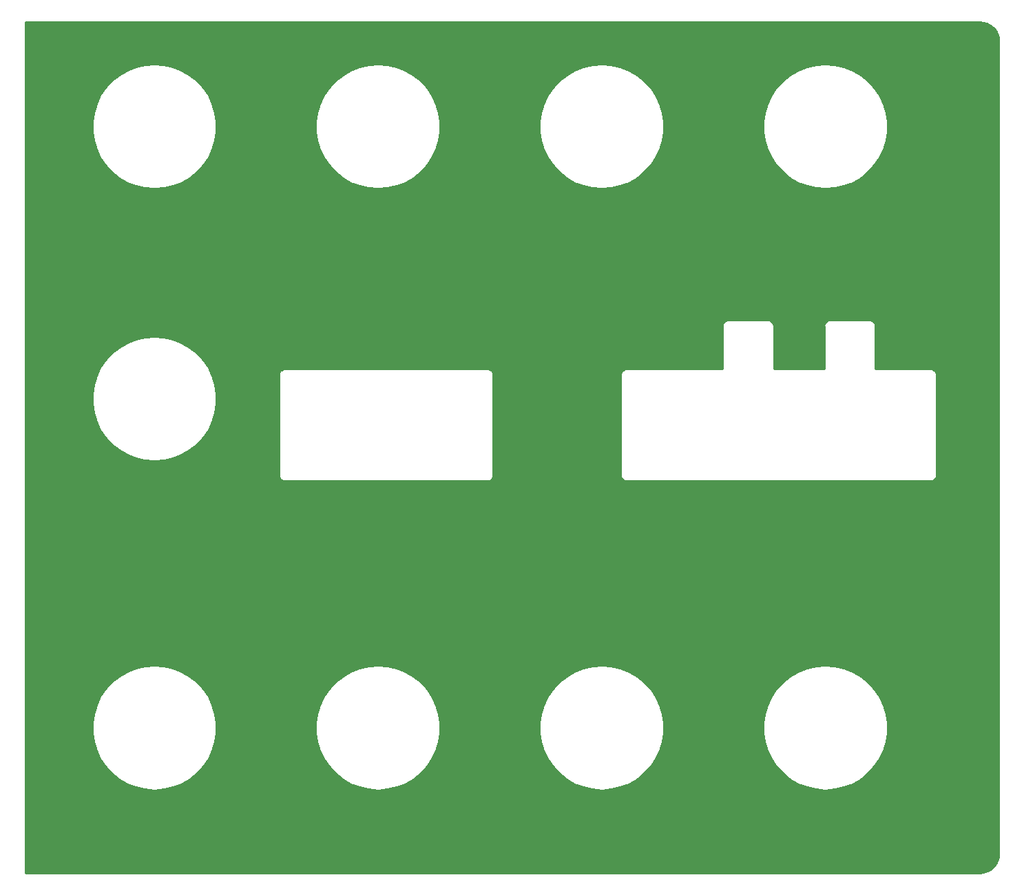
<source format=gbr>
G04 #@! TF.GenerationSoftware,KiCad,Pcbnew,(5.1.4)-1*
G04 #@! TF.CreationDate,2020-12-21T14:05:13-05:00*
G04 #@! TF.ProjectId,vocoder_faceplate,766f636f-6465-4725-9f66-616365706c61,rev?*
G04 #@! TF.SameCoordinates,Original*
G04 #@! TF.FileFunction,Copper,L2,Bot*
G04 #@! TF.FilePolarity,Positive*
%FSLAX46Y46*%
G04 Gerber Fmt 4.6, Leading zero omitted, Abs format (unit mm)*
G04 Created by KiCad (PCBNEW (5.1.4)-1) date 2020-12-21 14:05:13*
%MOMM*%
%LPD*%
G04 APERTURE LIST*
%ADD10C,0.254000*%
G04 APERTURE END LIST*
D10*
G36*
X184953893Y-42707670D02*
G01*
X185390498Y-42839489D01*
X185793185Y-43053600D01*
X186146612Y-43341848D01*
X186437327Y-43693261D01*
X186654242Y-44094439D01*
X186789106Y-44530113D01*
X186840001Y-45014353D01*
X186840000Y-144967721D01*
X186792330Y-145453894D01*
X186660512Y-145890497D01*
X186446399Y-146293186D01*
X186158150Y-146646613D01*
X185806739Y-146937327D01*
X185405564Y-147154240D01*
X184969886Y-147289106D01*
X184485664Y-147340000D01*
X67160000Y-147340000D01*
X67160000Y-128926073D01*
X75341475Y-128926073D01*
X75341475Y-130073927D01*
X75512554Y-131208961D01*
X75850890Y-132305819D01*
X76348925Y-133340000D01*
X76995534Y-134288402D01*
X77776273Y-135129838D01*
X78673702Y-135845514D01*
X79667773Y-136419441D01*
X80736280Y-136838799D01*
X81855355Y-137094221D01*
X83000000Y-137180000D01*
X84144645Y-137094221D01*
X85263720Y-136838799D01*
X86332227Y-136419441D01*
X87326298Y-135845514D01*
X88223727Y-135129838D01*
X89004466Y-134288402D01*
X89651075Y-133340000D01*
X90149110Y-132305819D01*
X90487446Y-131208961D01*
X90658525Y-130073927D01*
X90658525Y-128926073D01*
X102841475Y-128926073D01*
X102841475Y-130073927D01*
X103012554Y-131208961D01*
X103350890Y-132305819D01*
X103848925Y-133340000D01*
X104495534Y-134288402D01*
X105276273Y-135129838D01*
X106173702Y-135845514D01*
X107167773Y-136419441D01*
X108236280Y-136838799D01*
X109355355Y-137094221D01*
X110500000Y-137180000D01*
X111644645Y-137094221D01*
X112763720Y-136838799D01*
X113832227Y-136419441D01*
X114826298Y-135845514D01*
X115723727Y-135129838D01*
X116504466Y-134288402D01*
X117151075Y-133340000D01*
X117649110Y-132305819D01*
X117987446Y-131208961D01*
X118158525Y-130073927D01*
X118158525Y-128926073D01*
X130341475Y-128926073D01*
X130341475Y-130073927D01*
X130512554Y-131208961D01*
X130850890Y-132305819D01*
X131348925Y-133340000D01*
X131995534Y-134288402D01*
X132776273Y-135129838D01*
X133673702Y-135845514D01*
X134667773Y-136419441D01*
X135736280Y-136838799D01*
X136855355Y-137094221D01*
X138000000Y-137180000D01*
X139144645Y-137094221D01*
X140263720Y-136838799D01*
X141332227Y-136419441D01*
X142326298Y-135845514D01*
X143223727Y-135129838D01*
X144004466Y-134288402D01*
X144651075Y-133340000D01*
X145149110Y-132305819D01*
X145487446Y-131208961D01*
X145658525Y-130073927D01*
X145658525Y-128926073D01*
X157841475Y-128926073D01*
X157841475Y-130073927D01*
X158012554Y-131208961D01*
X158350890Y-132305819D01*
X158848925Y-133340000D01*
X159495534Y-134288402D01*
X160276273Y-135129838D01*
X161173702Y-135845514D01*
X162167773Y-136419441D01*
X163236280Y-136838799D01*
X164355355Y-137094221D01*
X165500000Y-137180000D01*
X166644645Y-137094221D01*
X167763720Y-136838799D01*
X168832227Y-136419441D01*
X169826298Y-135845514D01*
X170723727Y-135129838D01*
X171504466Y-134288402D01*
X172151075Y-133340000D01*
X172649110Y-132305819D01*
X172987446Y-131208961D01*
X173158525Y-130073927D01*
X173158525Y-128926073D01*
X172987446Y-127791039D01*
X172649110Y-126694181D01*
X172151075Y-125660000D01*
X171504466Y-124711598D01*
X170723727Y-123870162D01*
X169826298Y-123154486D01*
X168832227Y-122580559D01*
X167763720Y-122161201D01*
X166644645Y-121905779D01*
X165500000Y-121820000D01*
X164355355Y-121905779D01*
X163236280Y-122161201D01*
X162167773Y-122580559D01*
X161173702Y-123154486D01*
X160276273Y-123870162D01*
X159495534Y-124711598D01*
X158848925Y-125660000D01*
X158350890Y-126694181D01*
X158012554Y-127791039D01*
X157841475Y-128926073D01*
X145658525Y-128926073D01*
X145487446Y-127791039D01*
X145149110Y-126694181D01*
X144651075Y-125660000D01*
X144004466Y-124711598D01*
X143223727Y-123870162D01*
X142326298Y-123154486D01*
X141332227Y-122580559D01*
X140263720Y-122161201D01*
X139144645Y-121905779D01*
X138000000Y-121820000D01*
X136855355Y-121905779D01*
X135736280Y-122161201D01*
X134667773Y-122580559D01*
X133673702Y-123154486D01*
X132776273Y-123870162D01*
X131995534Y-124711598D01*
X131348925Y-125660000D01*
X130850890Y-126694181D01*
X130512554Y-127791039D01*
X130341475Y-128926073D01*
X118158525Y-128926073D01*
X117987446Y-127791039D01*
X117649110Y-126694181D01*
X117151075Y-125660000D01*
X116504466Y-124711598D01*
X115723727Y-123870162D01*
X114826298Y-123154486D01*
X113832227Y-122580559D01*
X112763720Y-122161201D01*
X111644645Y-121905779D01*
X110500000Y-121820000D01*
X109355355Y-121905779D01*
X108236280Y-122161201D01*
X107167773Y-122580559D01*
X106173702Y-123154486D01*
X105276273Y-123870162D01*
X104495534Y-124711598D01*
X103848925Y-125660000D01*
X103350890Y-126694181D01*
X103012554Y-127791039D01*
X102841475Y-128926073D01*
X90658525Y-128926073D01*
X90487446Y-127791039D01*
X90149110Y-126694181D01*
X89651075Y-125660000D01*
X89004466Y-124711598D01*
X88223727Y-123870162D01*
X87326298Y-123154486D01*
X86332227Y-122580559D01*
X85263720Y-122161201D01*
X84144645Y-121905779D01*
X83000000Y-121820000D01*
X81855355Y-121905779D01*
X80736280Y-122161201D01*
X79667773Y-122580559D01*
X78673702Y-123154486D01*
X77776273Y-123870162D01*
X76995534Y-124711598D01*
X76348925Y-125660000D01*
X75850890Y-126694181D01*
X75512554Y-127791039D01*
X75341475Y-128926073D01*
X67160000Y-128926073D01*
X67160000Y-88426073D01*
X75341475Y-88426073D01*
X75341475Y-89573927D01*
X75512554Y-90708961D01*
X75850890Y-91805819D01*
X76348925Y-92840000D01*
X76995534Y-93788402D01*
X77776273Y-94629838D01*
X78673702Y-95345514D01*
X79667773Y-95919441D01*
X80736280Y-96338799D01*
X81855355Y-96594221D01*
X83000000Y-96680000D01*
X84144645Y-96594221D01*
X85263720Y-96338799D01*
X86332227Y-95919441D01*
X87326298Y-95345514D01*
X88223727Y-94629838D01*
X89004466Y-93788402D01*
X89651075Y-92840000D01*
X90149110Y-91805819D01*
X90487446Y-90708961D01*
X90658525Y-89573927D01*
X90658525Y-88426073D01*
X90487446Y-87291039D01*
X90149110Y-86194181D01*
X90055598Y-86000000D01*
X98336807Y-86000000D01*
X98340000Y-86032418D01*
X98340001Y-98467571D01*
X98336807Y-98500000D01*
X98349550Y-98629383D01*
X98387290Y-98753793D01*
X98448575Y-98868450D01*
X98531052Y-98968948D01*
X98631550Y-99051425D01*
X98746207Y-99112710D01*
X98870617Y-99150450D01*
X98967581Y-99160000D01*
X99000000Y-99163193D01*
X99032419Y-99160000D01*
X123967581Y-99160000D01*
X124000000Y-99163193D01*
X124032419Y-99160000D01*
X124129383Y-99150450D01*
X124253793Y-99112710D01*
X124368450Y-99051425D01*
X124468948Y-98968948D01*
X124551425Y-98868450D01*
X124612710Y-98753793D01*
X124650450Y-98629383D01*
X124663193Y-98500000D01*
X124660000Y-98467581D01*
X124660000Y-86032418D01*
X124663193Y-86000000D01*
X140336807Y-86000000D01*
X140340000Y-86032418D01*
X140340001Y-98467571D01*
X140336807Y-98500000D01*
X140349550Y-98629383D01*
X140387290Y-98753793D01*
X140448575Y-98868450D01*
X140531052Y-98968948D01*
X140631550Y-99051425D01*
X140746207Y-99112710D01*
X140870617Y-99150450D01*
X140967581Y-99160000D01*
X141000000Y-99163193D01*
X141032419Y-99160000D01*
X178467581Y-99160000D01*
X178500000Y-99163193D01*
X178532419Y-99160000D01*
X178629383Y-99150450D01*
X178753793Y-99112710D01*
X178868450Y-99051425D01*
X178968948Y-98968948D01*
X179051425Y-98868450D01*
X179112710Y-98753793D01*
X179150450Y-98629383D01*
X179163193Y-98500000D01*
X179160000Y-98467581D01*
X179160000Y-86032418D01*
X179163193Y-86000000D01*
X179150450Y-85870617D01*
X179112710Y-85746207D01*
X179051425Y-85631550D01*
X178968948Y-85531052D01*
X178868450Y-85448575D01*
X178753793Y-85387290D01*
X178629383Y-85349550D01*
X178532419Y-85340000D01*
X178500000Y-85336807D01*
X178467581Y-85340000D01*
X171660000Y-85340000D01*
X171660000Y-80032419D01*
X171663193Y-80000000D01*
X171650450Y-79870617D01*
X171612710Y-79746207D01*
X171551425Y-79631550D01*
X171468948Y-79531052D01*
X171368450Y-79448575D01*
X171253793Y-79387290D01*
X171129383Y-79349550D01*
X171032419Y-79340000D01*
X171000000Y-79336807D01*
X170967581Y-79340000D01*
X166032419Y-79340000D01*
X166000000Y-79336807D01*
X165967581Y-79340000D01*
X165870617Y-79349550D01*
X165746207Y-79387290D01*
X165631550Y-79448575D01*
X165531052Y-79531052D01*
X165448575Y-79631550D01*
X165387290Y-79746207D01*
X165349550Y-79870617D01*
X165336807Y-80000000D01*
X165340001Y-80032429D01*
X165340000Y-85340000D01*
X159160000Y-85340000D01*
X159160000Y-80032419D01*
X159163193Y-80000000D01*
X159150450Y-79870617D01*
X159112710Y-79746207D01*
X159051425Y-79631550D01*
X158968948Y-79531052D01*
X158868450Y-79448575D01*
X158753793Y-79387290D01*
X158629383Y-79349550D01*
X158532419Y-79340000D01*
X158500000Y-79336807D01*
X158467581Y-79340000D01*
X153532419Y-79340000D01*
X153500000Y-79336807D01*
X153467581Y-79340000D01*
X153370617Y-79349550D01*
X153246207Y-79387290D01*
X153131550Y-79448575D01*
X153031052Y-79531052D01*
X152948575Y-79631550D01*
X152887290Y-79746207D01*
X152849550Y-79870617D01*
X152836807Y-80000000D01*
X152840001Y-80032429D01*
X152840000Y-85340000D01*
X141032419Y-85340000D01*
X141000000Y-85336807D01*
X140967581Y-85340000D01*
X140870617Y-85349550D01*
X140746207Y-85387290D01*
X140631550Y-85448575D01*
X140531052Y-85531052D01*
X140448575Y-85631550D01*
X140387290Y-85746207D01*
X140349550Y-85870617D01*
X140336807Y-86000000D01*
X124663193Y-86000000D01*
X124650450Y-85870617D01*
X124612710Y-85746207D01*
X124551425Y-85631550D01*
X124468948Y-85531052D01*
X124368450Y-85448575D01*
X124253793Y-85387290D01*
X124129383Y-85349550D01*
X124032419Y-85340000D01*
X124000000Y-85336807D01*
X123967581Y-85340000D01*
X99032419Y-85340000D01*
X99000000Y-85336807D01*
X98967581Y-85340000D01*
X98870617Y-85349550D01*
X98746207Y-85387290D01*
X98631550Y-85448575D01*
X98531052Y-85531052D01*
X98448575Y-85631550D01*
X98387290Y-85746207D01*
X98349550Y-85870617D01*
X98336807Y-86000000D01*
X90055598Y-86000000D01*
X89651075Y-85160000D01*
X89004466Y-84211598D01*
X88223727Y-83370162D01*
X87326298Y-82654486D01*
X86332227Y-82080559D01*
X85263720Y-81661201D01*
X84144645Y-81405779D01*
X83000000Y-81320000D01*
X81855355Y-81405779D01*
X80736280Y-81661201D01*
X79667773Y-82080559D01*
X78673702Y-82654486D01*
X77776273Y-83370162D01*
X76995534Y-84211598D01*
X76348925Y-85160000D01*
X75850890Y-86194181D01*
X75512554Y-87291039D01*
X75341475Y-88426073D01*
X67160000Y-88426073D01*
X67160000Y-54926073D01*
X75341475Y-54926073D01*
X75341475Y-56073927D01*
X75512554Y-57208961D01*
X75850890Y-58305819D01*
X76348925Y-59340000D01*
X76995534Y-60288402D01*
X77776273Y-61129838D01*
X78673702Y-61845514D01*
X79667773Y-62419441D01*
X80736280Y-62838799D01*
X81855355Y-63094221D01*
X83000000Y-63180000D01*
X84144645Y-63094221D01*
X85263720Y-62838799D01*
X86332227Y-62419441D01*
X87326298Y-61845514D01*
X88223727Y-61129838D01*
X89004466Y-60288402D01*
X89651075Y-59340000D01*
X90149110Y-58305819D01*
X90487446Y-57208961D01*
X90658525Y-56073927D01*
X90658525Y-54926073D01*
X102841475Y-54926073D01*
X102841475Y-56073927D01*
X103012554Y-57208961D01*
X103350890Y-58305819D01*
X103848925Y-59340000D01*
X104495534Y-60288402D01*
X105276273Y-61129838D01*
X106173702Y-61845514D01*
X107167773Y-62419441D01*
X108236280Y-62838799D01*
X109355355Y-63094221D01*
X110500000Y-63180000D01*
X111644645Y-63094221D01*
X112763720Y-62838799D01*
X113832227Y-62419441D01*
X114826298Y-61845514D01*
X115723727Y-61129838D01*
X116504466Y-60288402D01*
X117151075Y-59340000D01*
X117649110Y-58305819D01*
X117987446Y-57208961D01*
X118158525Y-56073927D01*
X118158525Y-54926073D01*
X130341475Y-54926073D01*
X130341475Y-56073927D01*
X130512554Y-57208961D01*
X130850890Y-58305819D01*
X131348925Y-59340000D01*
X131995534Y-60288402D01*
X132776273Y-61129838D01*
X133673702Y-61845514D01*
X134667773Y-62419441D01*
X135736280Y-62838799D01*
X136855355Y-63094221D01*
X138000000Y-63180000D01*
X139144645Y-63094221D01*
X140263720Y-62838799D01*
X141332227Y-62419441D01*
X142326298Y-61845514D01*
X143223727Y-61129838D01*
X144004466Y-60288402D01*
X144651075Y-59340000D01*
X145149110Y-58305819D01*
X145487446Y-57208961D01*
X145658525Y-56073927D01*
X145658525Y-54926073D01*
X157841475Y-54926073D01*
X157841475Y-56073927D01*
X158012554Y-57208961D01*
X158350890Y-58305819D01*
X158848925Y-59340000D01*
X159495534Y-60288402D01*
X160276273Y-61129838D01*
X161173702Y-61845514D01*
X162167773Y-62419441D01*
X163236280Y-62838799D01*
X164355355Y-63094221D01*
X165500000Y-63180000D01*
X166644645Y-63094221D01*
X167763720Y-62838799D01*
X168832227Y-62419441D01*
X169826298Y-61845514D01*
X170723727Y-61129838D01*
X171504466Y-60288402D01*
X172151075Y-59340000D01*
X172649110Y-58305819D01*
X172987446Y-57208961D01*
X173158525Y-56073927D01*
X173158525Y-54926073D01*
X172987446Y-53791039D01*
X172649110Y-52694181D01*
X172151075Y-51660000D01*
X171504466Y-50711598D01*
X170723727Y-49870162D01*
X169826298Y-49154486D01*
X168832227Y-48580559D01*
X167763720Y-48161201D01*
X166644645Y-47905779D01*
X165500000Y-47820000D01*
X164355355Y-47905779D01*
X163236280Y-48161201D01*
X162167773Y-48580559D01*
X161173702Y-49154486D01*
X160276273Y-49870162D01*
X159495534Y-50711598D01*
X158848925Y-51660000D01*
X158350890Y-52694181D01*
X158012554Y-53791039D01*
X157841475Y-54926073D01*
X145658525Y-54926073D01*
X145487446Y-53791039D01*
X145149110Y-52694181D01*
X144651075Y-51660000D01*
X144004466Y-50711598D01*
X143223727Y-49870162D01*
X142326298Y-49154486D01*
X141332227Y-48580559D01*
X140263720Y-48161201D01*
X139144645Y-47905779D01*
X138000000Y-47820000D01*
X136855355Y-47905779D01*
X135736280Y-48161201D01*
X134667773Y-48580559D01*
X133673702Y-49154486D01*
X132776273Y-49870162D01*
X131995534Y-50711598D01*
X131348925Y-51660000D01*
X130850890Y-52694181D01*
X130512554Y-53791039D01*
X130341475Y-54926073D01*
X118158525Y-54926073D01*
X117987446Y-53791039D01*
X117649110Y-52694181D01*
X117151075Y-51660000D01*
X116504466Y-50711598D01*
X115723727Y-49870162D01*
X114826298Y-49154486D01*
X113832227Y-48580559D01*
X112763720Y-48161201D01*
X111644645Y-47905779D01*
X110500000Y-47820000D01*
X109355355Y-47905779D01*
X108236280Y-48161201D01*
X107167773Y-48580559D01*
X106173702Y-49154486D01*
X105276273Y-49870162D01*
X104495534Y-50711598D01*
X103848925Y-51660000D01*
X103350890Y-52694181D01*
X103012554Y-53791039D01*
X102841475Y-54926073D01*
X90658525Y-54926073D01*
X90487446Y-53791039D01*
X90149110Y-52694181D01*
X89651075Y-51660000D01*
X89004466Y-50711598D01*
X88223727Y-49870162D01*
X87326298Y-49154486D01*
X86332227Y-48580559D01*
X85263720Y-48161201D01*
X84144645Y-47905779D01*
X83000000Y-47820000D01*
X81855355Y-47905779D01*
X80736280Y-48161201D01*
X79667773Y-48580559D01*
X78673702Y-49154486D01*
X77776273Y-49870162D01*
X76995534Y-50711598D01*
X76348925Y-51660000D01*
X75850890Y-52694181D01*
X75512554Y-53791039D01*
X75341475Y-54926073D01*
X67160000Y-54926073D01*
X67160000Y-42660000D01*
X184467721Y-42660000D01*
X184953893Y-42707670D01*
X184953893Y-42707670D01*
G37*
X184953893Y-42707670D02*
X185390498Y-42839489D01*
X185793185Y-43053600D01*
X186146612Y-43341848D01*
X186437327Y-43693261D01*
X186654242Y-44094439D01*
X186789106Y-44530113D01*
X186840001Y-45014353D01*
X186840000Y-144967721D01*
X186792330Y-145453894D01*
X186660512Y-145890497D01*
X186446399Y-146293186D01*
X186158150Y-146646613D01*
X185806739Y-146937327D01*
X185405564Y-147154240D01*
X184969886Y-147289106D01*
X184485664Y-147340000D01*
X67160000Y-147340000D01*
X67160000Y-128926073D01*
X75341475Y-128926073D01*
X75341475Y-130073927D01*
X75512554Y-131208961D01*
X75850890Y-132305819D01*
X76348925Y-133340000D01*
X76995534Y-134288402D01*
X77776273Y-135129838D01*
X78673702Y-135845514D01*
X79667773Y-136419441D01*
X80736280Y-136838799D01*
X81855355Y-137094221D01*
X83000000Y-137180000D01*
X84144645Y-137094221D01*
X85263720Y-136838799D01*
X86332227Y-136419441D01*
X87326298Y-135845514D01*
X88223727Y-135129838D01*
X89004466Y-134288402D01*
X89651075Y-133340000D01*
X90149110Y-132305819D01*
X90487446Y-131208961D01*
X90658525Y-130073927D01*
X90658525Y-128926073D01*
X102841475Y-128926073D01*
X102841475Y-130073927D01*
X103012554Y-131208961D01*
X103350890Y-132305819D01*
X103848925Y-133340000D01*
X104495534Y-134288402D01*
X105276273Y-135129838D01*
X106173702Y-135845514D01*
X107167773Y-136419441D01*
X108236280Y-136838799D01*
X109355355Y-137094221D01*
X110500000Y-137180000D01*
X111644645Y-137094221D01*
X112763720Y-136838799D01*
X113832227Y-136419441D01*
X114826298Y-135845514D01*
X115723727Y-135129838D01*
X116504466Y-134288402D01*
X117151075Y-133340000D01*
X117649110Y-132305819D01*
X117987446Y-131208961D01*
X118158525Y-130073927D01*
X118158525Y-128926073D01*
X130341475Y-128926073D01*
X130341475Y-130073927D01*
X130512554Y-131208961D01*
X130850890Y-132305819D01*
X131348925Y-133340000D01*
X131995534Y-134288402D01*
X132776273Y-135129838D01*
X133673702Y-135845514D01*
X134667773Y-136419441D01*
X135736280Y-136838799D01*
X136855355Y-137094221D01*
X138000000Y-137180000D01*
X139144645Y-137094221D01*
X140263720Y-136838799D01*
X141332227Y-136419441D01*
X142326298Y-135845514D01*
X143223727Y-135129838D01*
X144004466Y-134288402D01*
X144651075Y-133340000D01*
X145149110Y-132305819D01*
X145487446Y-131208961D01*
X145658525Y-130073927D01*
X145658525Y-128926073D01*
X157841475Y-128926073D01*
X157841475Y-130073927D01*
X158012554Y-131208961D01*
X158350890Y-132305819D01*
X158848925Y-133340000D01*
X159495534Y-134288402D01*
X160276273Y-135129838D01*
X161173702Y-135845514D01*
X162167773Y-136419441D01*
X163236280Y-136838799D01*
X164355355Y-137094221D01*
X165500000Y-137180000D01*
X166644645Y-137094221D01*
X167763720Y-136838799D01*
X168832227Y-136419441D01*
X169826298Y-135845514D01*
X170723727Y-135129838D01*
X171504466Y-134288402D01*
X172151075Y-133340000D01*
X172649110Y-132305819D01*
X172987446Y-131208961D01*
X173158525Y-130073927D01*
X173158525Y-128926073D01*
X172987446Y-127791039D01*
X172649110Y-126694181D01*
X172151075Y-125660000D01*
X171504466Y-124711598D01*
X170723727Y-123870162D01*
X169826298Y-123154486D01*
X168832227Y-122580559D01*
X167763720Y-122161201D01*
X166644645Y-121905779D01*
X165500000Y-121820000D01*
X164355355Y-121905779D01*
X163236280Y-122161201D01*
X162167773Y-122580559D01*
X161173702Y-123154486D01*
X160276273Y-123870162D01*
X159495534Y-124711598D01*
X158848925Y-125660000D01*
X158350890Y-126694181D01*
X158012554Y-127791039D01*
X157841475Y-128926073D01*
X145658525Y-128926073D01*
X145487446Y-127791039D01*
X145149110Y-126694181D01*
X144651075Y-125660000D01*
X144004466Y-124711598D01*
X143223727Y-123870162D01*
X142326298Y-123154486D01*
X141332227Y-122580559D01*
X140263720Y-122161201D01*
X139144645Y-121905779D01*
X138000000Y-121820000D01*
X136855355Y-121905779D01*
X135736280Y-122161201D01*
X134667773Y-122580559D01*
X133673702Y-123154486D01*
X132776273Y-123870162D01*
X131995534Y-124711598D01*
X131348925Y-125660000D01*
X130850890Y-126694181D01*
X130512554Y-127791039D01*
X130341475Y-128926073D01*
X118158525Y-128926073D01*
X117987446Y-127791039D01*
X117649110Y-126694181D01*
X117151075Y-125660000D01*
X116504466Y-124711598D01*
X115723727Y-123870162D01*
X114826298Y-123154486D01*
X113832227Y-122580559D01*
X112763720Y-122161201D01*
X111644645Y-121905779D01*
X110500000Y-121820000D01*
X109355355Y-121905779D01*
X108236280Y-122161201D01*
X107167773Y-122580559D01*
X106173702Y-123154486D01*
X105276273Y-123870162D01*
X104495534Y-124711598D01*
X103848925Y-125660000D01*
X103350890Y-126694181D01*
X103012554Y-127791039D01*
X102841475Y-128926073D01*
X90658525Y-128926073D01*
X90487446Y-127791039D01*
X90149110Y-126694181D01*
X89651075Y-125660000D01*
X89004466Y-124711598D01*
X88223727Y-123870162D01*
X87326298Y-123154486D01*
X86332227Y-122580559D01*
X85263720Y-122161201D01*
X84144645Y-121905779D01*
X83000000Y-121820000D01*
X81855355Y-121905779D01*
X80736280Y-122161201D01*
X79667773Y-122580559D01*
X78673702Y-123154486D01*
X77776273Y-123870162D01*
X76995534Y-124711598D01*
X76348925Y-125660000D01*
X75850890Y-126694181D01*
X75512554Y-127791039D01*
X75341475Y-128926073D01*
X67160000Y-128926073D01*
X67160000Y-88426073D01*
X75341475Y-88426073D01*
X75341475Y-89573927D01*
X75512554Y-90708961D01*
X75850890Y-91805819D01*
X76348925Y-92840000D01*
X76995534Y-93788402D01*
X77776273Y-94629838D01*
X78673702Y-95345514D01*
X79667773Y-95919441D01*
X80736280Y-96338799D01*
X81855355Y-96594221D01*
X83000000Y-96680000D01*
X84144645Y-96594221D01*
X85263720Y-96338799D01*
X86332227Y-95919441D01*
X87326298Y-95345514D01*
X88223727Y-94629838D01*
X89004466Y-93788402D01*
X89651075Y-92840000D01*
X90149110Y-91805819D01*
X90487446Y-90708961D01*
X90658525Y-89573927D01*
X90658525Y-88426073D01*
X90487446Y-87291039D01*
X90149110Y-86194181D01*
X90055598Y-86000000D01*
X98336807Y-86000000D01*
X98340000Y-86032418D01*
X98340001Y-98467571D01*
X98336807Y-98500000D01*
X98349550Y-98629383D01*
X98387290Y-98753793D01*
X98448575Y-98868450D01*
X98531052Y-98968948D01*
X98631550Y-99051425D01*
X98746207Y-99112710D01*
X98870617Y-99150450D01*
X98967581Y-99160000D01*
X99000000Y-99163193D01*
X99032419Y-99160000D01*
X123967581Y-99160000D01*
X124000000Y-99163193D01*
X124032419Y-99160000D01*
X124129383Y-99150450D01*
X124253793Y-99112710D01*
X124368450Y-99051425D01*
X124468948Y-98968948D01*
X124551425Y-98868450D01*
X124612710Y-98753793D01*
X124650450Y-98629383D01*
X124663193Y-98500000D01*
X124660000Y-98467581D01*
X124660000Y-86032418D01*
X124663193Y-86000000D01*
X140336807Y-86000000D01*
X140340000Y-86032418D01*
X140340001Y-98467571D01*
X140336807Y-98500000D01*
X140349550Y-98629383D01*
X140387290Y-98753793D01*
X140448575Y-98868450D01*
X140531052Y-98968948D01*
X140631550Y-99051425D01*
X140746207Y-99112710D01*
X140870617Y-99150450D01*
X140967581Y-99160000D01*
X141000000Y-99163193D01*
X141032419Y-99160000D01*
X178467581Y-99160000D01*
X178500000Y-99163193D01*
X178532419Y-99160000D01*
X178629383Y-99150450D01*
X178753793Y-99112710D01*
X178868450Y-99051425D01*
X178968948Y-98968948D01*
X179051425Y-98868450D01*
X179112710Y-98753793D01*
X179150450Y-98629383D01*
X179163193Y-98500000D01*
X179160000Y-98467581D01*
X179160000Y-86032418D01*
X179163193Y-86000000D01*
X179150450Y-85870617D01*
X179112710Y-85746207D01*
X179051425Y-85631550D01*
X178968948Y-85531052D01*
X178868450Y-85448575D01*
X178753793Y-85387290D01*
X178629383Y-85349550D01*
X178532419Y-85340000D01*
X178500000Y-85336807D01*
X178467581Y-85340000D01*
X171660000Y-85340000D01*
X171660000Y-80032419D01*
X171663193Y-80000000D01*
X171650450Y-79870617D01*
X171612710Y-79746207D01*
X171551425Y-79631550D01*
X171468948Y-79531052D01*
X171368450Y-79448575D01*
X171253793Y-79387290D01*
X171129383Y-79349550D01*
X171032419Y-79340000D01*
X171000000Y-79336807D01*
X170967581Y-79340000D01*
X166032419Y-79340000D01*
X166000000Y-79336807D01*
X165967581Y-79340000D01*
X165870617Y-79349550D01*
X165746207Y-79387290D01*
X165631550Y-79448575D01*
X165531052Y-79531052D01*
X165448575Y-79631550D01*
X165387290Y-79746207D01*
X165349550Y-79870617D01*
X165336807Y-80000000D01*
X165340001Y-80032429D01*
X165340000Y-85340000D01*
X159160000Y-85340000D01*
X159160000Y-80032419D01*
X159163193Y-80000000D01*
X159150450Y-79870617D01*
X159112710Y-79746207D01*
X159051425Y-79631550D01*
X158968948Y-79531052D01*
X158868450Y-79448575D01*
X158753793Y-79387290D01*
X158629383Y-79349550D01*
X158532419Y-79340000D01*
X158500000Y-79336807D01*
X158467581Y-79340000D01*
X153532419Y-79340000D01*
X153500000Y-79336807D01*
X153467581Y-79340000D01*
X153370617Y-79349550D01*
X153246207Y-79387290D01*
X153131550Y-79448575D01*
X153031052Y-79531052D01*
X152948575Y-79631550D01*
X152887290Y-79746207D01*
X152849550Y-79870617D01*
X152836807Y-80000000D01*
X152840001Y-80032429D01*
X152840000Y-85340000D01*
X141032419Y-85340000D01*
X141000000Y-85336807D01*
X140967581Y-85340000D01*
X140870617Y-85349550D01*
X140746207Y-85387290D01*
X140631550Y-85448575D01*
X140531052Y-85531052D01*
X140448575Y-85631550D01*
X140387290Y-85746207D01*
X140349550Y-85870617D01*
X140336807Y-86000000D01*
X124663193Y-86000000D01*
X124650450Y-85870617D01*
X124612710Y-85746207D01*
X124551425Y-85631550D01*
X124468948Y-85531052D01*
X124368450Y-85448575D01*
X124253793Y-85387290D01*
X124129383Y-85349550D01*
X124032419Y-85340000D01*
X124000000Y-85336807D01*
X123967581Y-85340000D01*
X99032419Y-85340000D01*
X99000000Y-85336807D01*
X98967581Y-85340000D01*
X98870617Y-85349550D01*
X98746207Y-85387290D01*
X98631550Y-85448575D01*
X98531052Y-85531052D01*
X98448575Y-85631550D01*
X98387290Y-85746207D01*
X98349550Y-85870617D01*
X98336807Y-86000000D01*
X90055598Y-86000000D01*
X89651075Y-85160000D01*
X89004466Y-84211598D01*
X88223727Y-83370162D01*
X87326298Y-82654486D01*
X86332227Y-82080559D01*
X85263720Y-81661201D01*
X84144645Y-81405779D01*
X83000000Y-81320000D01*
X81855355Y-81405779D01*
X80736280Y-81661201D01*
X79667773Y-82080559D01*
X78673702Y-82654486D01*
X77776273Y-83370162D01*
X76995534Y-84211598D01*
X76348925Y-85160000D01*
X75850890Y-86194181D01*
X75512554Y-87291039D01*
X75341475Y-88426073D01*
X67160000Y-88426073D01*
X67160000Y-54926073D01*
X75341475Y-54926073D01*
X75341475Y-56073927D01*
X75512554Y-57208961D01*
X75850890Y-58305819D01*
X76348925Y-59340000D01*
X76995534Y-60288402D01*
X77776273Y-61129838D01*
X78673702Y-61845514D01*
X79667773Y-62419441D01*
X80736280Y-62838799D01*
X81855355Y-63094221D01*
X83000000Y-63180000D01*
X84144645Y-63094221D01*
X85263720Y-62838799D01*
X86332227Y-62419441D01*
X87326298Y-61845514D01*
X88223727Y-61129838D01*
X89004466Y-60288402D01*
X89651075Y-59340000D01*
X90149110Y-58305819D01*
X90487446Y-57208961D01*
X90658525Y-56073927D01*
X90658525Y-54926073D01*
X102841475Y-54926073D01*
X102841475Y-56073927D01*
X103012554Y-57208961D01*
X103350890Y-58305819D01*
X103848925Y-59340000D01*
X104495534Y-60288402D01*
X105276273Y-61129838D01*
X106173702Y-61845514D01*
X107167773Y-62419441D01*
X108236280Y-62838799D01*
X109355355Y-63094221D01*
X110500000Y-63180000D01*
X111644645Y-63094221D01*
X112763720Y-62838799D01*
X113832227Y-62419441D01*
X114826298Y-61845514D01*
X115723727Y-61129838D01*
X116504466Y-60288402D01*
X117151075Y-59340000D01*
X117649110Y-58305819D01*
X117987446Y-57208961D01*
X118158525Y-56073927D01*
X118158525Y-54926073D01*
X130341475Y-54926073D01*
X130341475Y-56073927D01*
X130512554Y-57208961D01*
X130850890Y-58305819D01*
X131348925Y-59340000D01*
X131995534Y-60288402D01*
X132776273Y-61129838D01*
X133673702Y-61845514D01*
X134667773Y-62419441D01*
X135736280Y-62838799D01*
X136855355Y-63094221D01*
X138000000Y-63180000D01*
X139144645Y-63094221D01*
X140263720Y-62838799D01*
X141332227Y-62419441D01*
X142326298Y-61845514D01*
X143223727Y-61129838D01*
X144004466Y-60288402D01*
X144651075Y-59340000D01*
X145149110Y-58305819D01*
X145487446Y-57208961D01*
X145658525Y-56073927D01*
X145658525Y-54926073D01*
X157841475Y-54926073D01*
X157841475Y-56073927D01*
X158012554Y-57208961D01*
X158350890Y-58305819D01*
X158848925Y-59340000D01*
X159495534Y-60288402D01*
X160276273Y-61129838D01*
X161173702Y-61845514D01*
X162167773Y-62419441D01*
X163236280Y-62838799D01*
X164355355Y-63094221D01*
X165500000Y-63180000D01*
X166644645Y-63094221D01*
X167763720Y-62838799D01*
X168832227Y-62419441D01*
X169826298Y-61845514D01*
X170723727Y-61129838D01*
X171504466Y-60288402D01*
X172151075Y-59340000D01*
X172649110Y-58305819D01*
X172987446Y-57208961D01*
X173158525Y-56073927D01*
X173158525Y-54926073D01*
X172987446Y-53791039D01*
X172649110Y-52694181D01*
X172151075Y-51660000D01*
X171504466Y-50711598D01*
X170723727Y-49870162D01*
X169826298Y-49154486D01*
X168832227Y-48580559D01*
X167763720Y-48161201D01*
X166644645Y-47905779D01*
X165500000Y-47820000D01*
X164355355Y-47905779D01*
X163236280Y-48161201D01*
X162167773Y-48580559D01*
X161173702Y-49154486D01*
X160276273Y-49870162D01*
X159495534Y-50711598D01*
X158848925Y-51660000D01*
X158350890Y-52694181D01*
X158012554Y-53791039D01*
X157841475Y-54926073D01*
X145658525Y-54926073D01*
X145487446Y-53791039D01*
X145149110Y-52694181D01*
X144651075Y-51660000D01*
X144004466Y-50711598D01*
X143223727Y-49870162D01*
X142326298Y-49154486D01*
X141332227Y-48580559D01*
X140263720Y-48161201D01*
X139144645Y-47905779D01*
X138000000Y-47820000D01*
X136855355Y-47905779D01*
X135736280Y-48161201D01*
X134667773Y-48580559D01*
X133673702Y-49154486D01*
X132776273Y-49870162D01*
X131995534Y-50711598D01*
X131348925Y-51660000D01*
X130850890Y-52694181D01*
X130512554Y-53791039D01*
X130341475Y-54926073D01*
X118158525Y-54926073D01*
X117987446Y-53791039D01*
X117649110Y-52694181D01*
X117151075Y-51660000D01*
X116504466Y-50711598D01*
X115723727Y-49870162D01*
X114826298Y-49154486D01*
X113832227Y-48580559D01*
X112763720Y-48161201D01*
X111644645Y-47905779D01*
X110500000Y-47820000D01*
X109355355Y-47905779D01*
X108236280Y-48161201D01*
X107167773Y-48580559D01*
X106173702Y-49154486D01*
X105276273Y-49870162D01*
X104495534Y-50711598D01*
X103848925Y-51660000D01*
X103350890Y-52694181D01*
X103012554Y-53791039D01*
X102841475Y-54926073D01*
X90658525Y-54926073D01*
X90487446Y-53791039D01*
X90149110Y-52694181D01*
X89651075Y-51660000D01*
X89004466Y-50711598D01*
X88223727Y-49870162D01*
X87326298Y-49154486D01*
X86332227Y-48580559D01*
X85263720Y-48161201D01*
X84144645Y-47905779D01*
X83000000Y-47820000D01*
X81855355Y-47905779D01*
X80736280Y-48161201D01*
X79667773Y-48580559D01*
X78673702Y-49154486D01*
X77776273Y-49870162D01*
X76995534Y-50711598D01*
X76348925Y-51660000D01*
X75850890Y-52694181D01*
X75512554Y-53791039D01*
X75341475Y-54926073D01*
X67160000Y-54926073D01*
X67160000Y-42660000D01*
X184467721Y-42660000D01*
X184953893Y-42707670D01*
M02*

</source>
